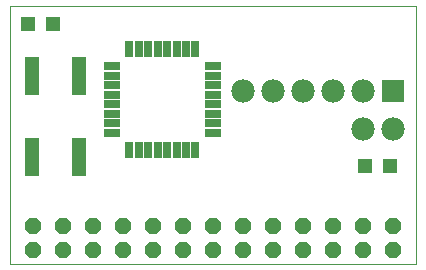
<source format=gts>
G75*
G70*
%OFA0B0*%
%FSLAX24Y24*%
%IPPOS*%
%LPD*%
%AMOC8*
5,1,8,0,0,1.08239X$1,22.5*
%
%ADD10C,0.0000*%
%ADD11OC8,0.0555*%
%ADD12R,0.0540X0.0260*%
%ADD13R,0.0260X0.0540*%
%ADD14R,0.0512X0.0512*%
%ADD15C,0.0780*%
%ADD16R,0.0512X0.1300*%
%ADD17R,0.0780X0.0780*%
D10*
X000605Y000141D02*
X000605Y008718D01*
X014134Y008718D01*
X014134Y000141D01*
X000605Y000141D01*
D11*
X001355Y000581D03*
X002355Y000581D03*
X003355Y000581D03*
X004355Y000581D03*
X005355Y000581D03*
X006355Y000581D03*
X007355Y000581D03*
X008355Y000581D03*
X009355Y000581D03*
X010355Y000581D03*
X011355Y000581D03*
X012355Y000581D03*
X013355Y000581D03*
X013355Y001391D03*
X012355Y001391D03*
X011355Y001391D03*
X010355Y001391D03*
X009355Y001391D03*
X008355Y001391D03*
X007355Y001391D03*
X006355Y001391D03*
X005355Y001391D03*
X004355Y001391D03*
X003355Y001391D03*
X002355Y001391D03*
X001355Y001391D03*
D12*
X003988Y004506D03*
X003988Y004821D03*
X003988Y005136D03*
X003988Y005451D03*
X003988Y005765D03*
X003988Y006080D03*
X003988Y006395D03*
X003988Y006710D03*
X007368Y006710D03*
X007368Y006395D03*
X007368Y006080D03*
X007368Y005765D03*
X007368Y005451D03*
X007368Y005136D03*
X007368Y004821D03*
X007368Y004506D03*
D13*
X006780Y003918D03*
X006465Y003918D03*
X006150Y003918D03*
X005835Y003918D03*
X005520Y003918D03*
X005205Y003918D03*
X004891Y003918D03*
X004576Y003918D03*
X004576Y007298D03*
X004891Y007298D03*
X005205Y007298D03*
X005520Y007298D03*
X005835Y007298D03*
X006150Y007298D03*
X006465Y007298D03*
X006780Y007298D03*
D14*
X002018Y008141D03*
X001191Y008141D03*
X012441Y003391D03*
X013268Y003391D03*
D15*
X013355Y004641D03*
X012355Y004641D03*
X012355Y005891D03*
X011355Y005891D03*
X010355Y005891D03*
X009355Y005891D03*
X008355Y005891D03*
D16*
X002892Y006380D03*
X001317Y006380D03*
X001317Y003703D03*
X002892Y003703D03*
D17*
X013355Y005891D03*
M02*

</source>
